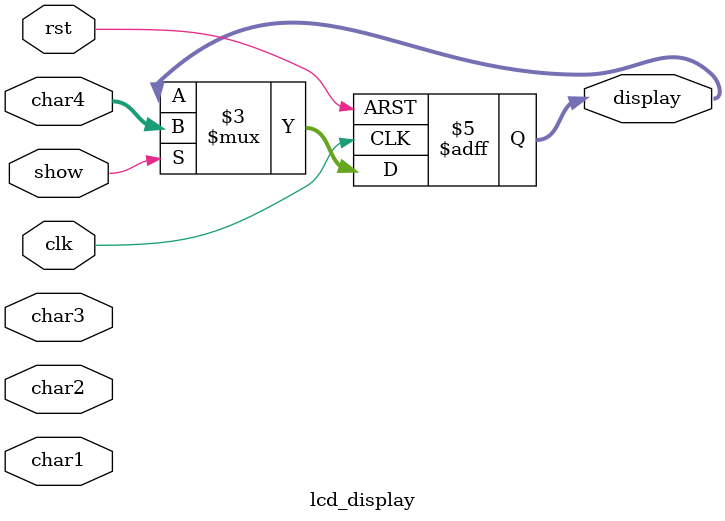
<source format=v>

`timescale 1ns / 1ps


module lcd_display (
    input clk,
    input rst,
    input [7:0] char1,
    input [7:0] char2,
    input [7:0] char3,
    input [7:0] char4,
    input show,
    output reg [7:0] display
);
    always @(posedge clk or negedge rst) begin
        if (!rst) begin
            display <= 32'h20202020;
        end else if (show) begin
//            display <= {char1, char2, char3, char4};
            display <= char4;
        end
    end
endmodule

</source>
